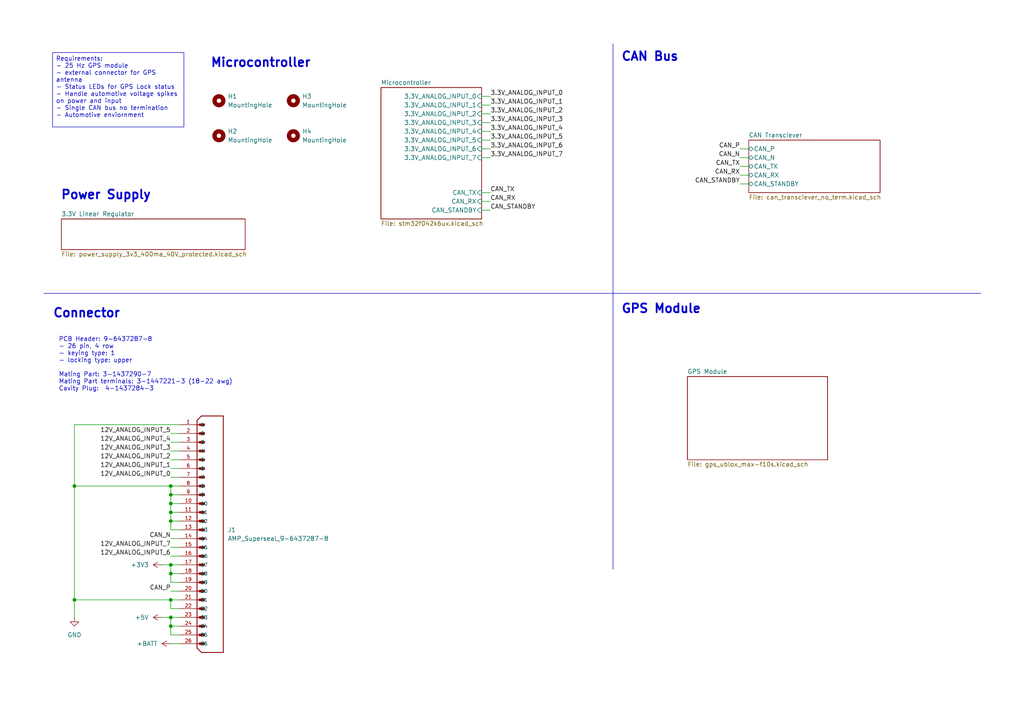
<source format=kicad_sch>
(kicad_sch (version 20250114) (generator "eeschema") (generator_version "9.0")
  (paper "A4")
  (title_block (title "CAN GPS Device") (date "2025-07-23") (rev "1") (company "Brian Glen"))
  (lib_symbols
    (symbol "Mechanical:MountingHole" (pin_names (offset 1.016)) (in_bom no)
      (property "Reference" "H" (at 0 5.08 0))
      (property "Value" "MountingHole" (at 0 3.175 0))
      (symbol "MountingHole_0_1"
        (circle (center 0 0) (radius 1.27) (stroke (width 1.27)))
      )
    )
    (symbol "power:+3V3" (power) (pin_numbers (hide yes)) (pin_names (offset 0) (hide yes))
      (property "Value" "+3V3" (at 0 3.556 0))
      (symbol "+3V3_0_1"
        (polyline (pts (xy -0.762 1.27) (xy 0 2.54)))
        (polyline (pts (xy 0 2.54) (xy 0.762 1.27)))
        (polyline (pts (xy 0 0) (xy 0 2.54)))
      )
      (symbol "+3V3_1_1"
        (pin power_in line (at 0 0 90) (length 0) (name "~") (number "1"))
      )
    )
    (symbol "power:+5V" (power) (pin_numbers (hide yes)) (pin_names (offset 0) (hide yes))
      (property "Value" "+5V" (at 0 3.556 0))
      (symbol "+5V_0_1"
        (polyline (pts (xy -0.762 1.27) (xy 0 2.54)))
        (polyline (pts (xy 0 2.54) (xy 0.762 1.27)))
        (polyline (pts (xy 0 0) (xy 0 2.54)))
      )
      (symbol "+5V_1_1"
        (pin power_in line (at 0 0 90) (length 0) (name "~") (number "1"))
      )
    )
    (symbol "power:+BATT" (power) (pin_numbers (hide yes)) (pin_names (offset 0) (hide yes))
      (property "Value" "+BATT" (at 0 3.556 0))
      (symbol "+BATT_0_1"
        (polyline (pts (xy -0.762 1.27) (xy 0 2.54)))
        (polyline (pts (xy 0 2.54) (xy 0.762 1.27)))
        (polyline (pts (xy 0 0) (xy 0 2.54)))
      )
      (symbol "+BATT_1_1"
        (pin power_in line (at 0 0 90) (length 0) (name "~") (number "1"))
      )
    )
    (symbol "power:GND" (power) (pin_numbers (hide yes)) (pin_names (offset 0) (hide yes))
      (property "Value" "GND" (at 0 -3.81 0))
      (symbol "GND_0_1"
        (polyline (pts (xy 0 0) (xy 0 -1.27) (xy 1.27 -1.27) (xy 0 -2.54) (xy -1.27 -1.27) (xy 0 -1.27)))
      )
      (symbol "GND_1_1"
        (pin power_in line (at 0 0 270) (length 0) (name "~") (number "1"))
      )
    )
    (symbol "signal-to-can:AMP_Superseal_9-6437287-8" (pin_names (offset 1.016))
      (property "Reference" "J" (at 0 34.29 0))
      (property "Value" "AMP_Superseal_9-6437287-8" (at 0 -38.1 0))
      (symbol "AMP_Superseal_9-6437287-8_0_0"
        (polyline (pts (xy 0 31.75) (xy 0 -34.29)) (stroke (width 0.254)))
        (polyline (pts (xy 0 31.75) (xy 1.27 33.02)) (stroke (width 0.254)))
        (polyline (pts (xy 0 30.48) (xy 1.905 30.48)) (stroke (width 0.254)))
        (polyline (pts (xy 0 27.94) (xy 1.905 27.94)) (stroke (width 0.254)))
        (polyline (pts (xy 0 25.4) (xy 1.905 25.4)) (stroke (width 0.254)))
        (polyline (pts (xy 0 22.86) (xy 1.905 22.86)) (stroke (width 0.254)))
        (polyline (pts (xy 0 20.32) (xy 1.905 20.32)) (stroke (width 0.254)))
        (polyline (pts (xy 0 17.78) (xy 1.905 17.78)) (stroke (width 0.254)))
        (polyline (pts (xy 0 15.24) (xy 1.905 15.24)) (stroke (width 0.254)))
        (polyline (pts (xy 0 12.7) (xy 1.905 12.7)) (stroke (width 0.254)))
        (polyline (pts (xy 0 10.16) (xy 1.905 10.16)) (stroke (width 0.254)))
        (polyline (pts (xy 0 7.62) (xy 1.905 7.62)) (stroke (width 0.254)))
        (polyline (pts (xy 0 5.08) (xy 1.905 5.08)) (stroke (width 0.254)))
        (polyline (pts (xy 0 2.54) (xy 1.905 2.54)) (stroke (width 0.254)))
        (polyline (pts (xy 0 0) (xy 1.905 0)) (stroke (width 0.254)))
        (polyline (pts (xy 0 -2.54) (xy 1.905 -2.54)) (stroke (width 0.254)))
        (polyline (pts (xy 0 -5.08) (xy 1.905 -5.08)) (stroke (width 0.254)))
        (polyline (pts (xy 0 -7.62) (xy 1.905 -7.62)) (stroke (width 0.254)))
        (polyline (pts (xy 0 -10.16) (xy 1.905 -10.16)) (stroke (width 0.254)))
        (polyline (pts (xy 0 -12.7) (xy 1.905 -12.7)) (stroke (width 0.254)))
        (polyline (pts (xy 0 -15.24) (xy 1.905 -15.24)) (stroke (width 0.254)))
        (polyline (pts (xy 0 -17.78) (xy 1.905 -17.78)) (stroke (width 0.254)))
        (polyline (pts (xy 0 -20.32) (xy 1.905 -20.32)) (stroke (width 0.254)))
        (polyline (pts (xy 0 -22.86) (xy 1.905 -22.86)) (stroke (width 0.254)))
        (polyline (pts (xy 0 -25.4) (xy 1.905 -25.4)) (stroke (width 0.254)))
        (polyline (pts (xy 0 -27.94) (xy 1.905 -27.94)) (stroke (width 0.254)))
        (polyline (pts (xy 0 -30.48) (xy 1.905 -30.48)) (stroke (width 0.254)))
        (polyline (pts (xy 0 -33.02) (xy 1.905 -33.02)) (stroke (width 0.254)))
        (polyline (pts (xy 0 -34.29) (xy 1.27 -35.56)) (stroke (width 0.254)))
        (rectangle (start 0.635 30.1625) (end 2.2225 30.7975) (stroke (width 0.1)) (fill (type outline)))
        (rectangle (start 0.635 27.6225) (end 2.2225 28.2575) (stroke (width 0.1)) (fill (type outline)))
        (rectangle (start 0.635 25.0825) (end 2.2225 25.7175) (stroke (width 0.1)) (fill (type outline)))
        (rectangle (start 0.635 22.5425) (end 2.2225 23.1775) (stroke (width 0.1)) (fill (type outline)))
        (rectangle (start 0.635 20.0025) (end 2.2225 20.6375) (stroke (width 0.1)) (fill (type outline)))
        (rectangle (start 0.635 17.4625) (end 2.2225 18.0975) (stroke (width 0.1)) (fill (type outline)))
        (rectangle (start 0.635 14.9225) (end 2.2225 15.5575) (stroke (width 0.1)) (fill (type outline)))
        (rectangle (start 0.635 12.3825) (end 2.2225 13.0175) (stroke (width 0.1)) (fill (type outline)))
        (rectangle (start 0.635 9.8425) (end 2.2225 10.4775) (stroke (width 0.1)) (fill (type outline)))
        (rectangle (start 0.635 7.3025) (end 2.2225 7.9375) (stroke (width 0.1)) (fill (type outline)))
        (rectangle (start 0.635 4.7625) (end 2.2225 5.3975) (stroke (width 0.1)) (fill (type outline)))
        (rectangle (start 0.635 2.2225) (end 2.2225 2.8575) (stroke (width 0.1)) (fill (type outline)))
        (rectangle (start 0.635 -0.3175) (end 2.2225 0.3175) (stroke (width 0.1)) (fill (type outline)))
        (rectangle (start 0.635 -2.8575) (end 2.2225 -2.2225) (stroke (width 0.1)) (fill (type outline)))
        (rectangle (start 0.635 -5.3975) (end 2.2225 -4.7625) (stroke (width 0.1)) (fill (type outline)))
        (rectangle (start 0.635 -7.9375) (end 2.2225 -7.3025) (stroke (width 0.1)) (fill (type outline)))
        (rectangle (start 0.635 -10.4775) (end 2.2225 -9.8425) (stroke (width 0.1)) (fill (type outline)))
        (rectangle (start 0.635 -13.0175) (end 2.2225 -12.3825) (stroke (width 0.1)) (fill (type outline)))
        (rectangle (start 0.635 -15.5575) (end 2.2225 -14.9225) (stroke (width 0.1)) (fill (type outline)))
        (rectangle (start 0.635 -18.0975) (end 2.2225 -17.4625) (stroke (width 0.1)) (fill (type outline)))
        (rectangle (start 0.635 -20.6375) (end 2.2225 -20.0025) (stroke (width 0.1)) (fill (type outline)))
        (rectangle (start 0.635 -23.1775) (end 2.2225 -22.5425) (stroke (width 0.1)) (fill (type outline)))
        (rectangle (start 0.635 -25.7175) (end 2.2225 -25.0825) (stroke (width 0.1)) (fill (type outline)))
        (rectangle (start 0.635 -28.2575) (end 2.2225 -27.6225) (stroke (width 0.1)) (fill (type outline)))
        (rectangle (start 0.635 -30.7975) (end 2.2225 -30.1625) (stroke (width 0.1)) (fill (type outline)))
        (rectangle (start 0.635 -33.3375) (end 2.2225 -32.7025) (stroke (width 0.1)) (fill (type outline)))
        (polyline (pts (xy 1.27 -35.56) (xy 7.62 -35.56)) (stroke (width 0.254)))
        (polyline (pts (xy 7.62 33.02) (xy 1.27 33.02)) (stroke (width 0.254)))
        (polyline (pts (xy 7.62 -35.56) (xy 7.62 33.02)) (stroke (width 0.254)))
        (pin passive line (at -5.08 30.48 0) (length 5.08) (name "1") (number "1"))
        (pin passive line (at -5.08 27.94 0) (length 5.08) (name "2") (number "2"))
        (pin passive line (at -5.08 25.4 0) (length 5.08) (name "3") (number "3"))
        (pin passive line (at -5.08 22.86 0) (length 5.08) (name "4") (number "4"))
        (pin passive line (at -5.08 20.32 0) (length 5.08) (name "5") (number "5"))
        (pin passive line (at -5.08 17.78 0) (length 5.08) (name "6") (number "6"))
        (pin passive line (at -5.08 15.24 0) (length 5.08) (name "7") (number "7"))
        (pin passive line (at -5.08 12.7 0) (length 5.08) (name "8") (number "8"))
        (pin passive line (at -5.08 10.16 0) (length 5.08) (name "9") (number "9"))
        (pin passive line (at -5.08 7.62 0) (length 5.08) (name "10") (number "10"))
        (pin passive line (at -5.08 5.08 0) (length 5.08) (name "11") (number "11"))
        (pin passive line (at -5.08 2.54 0) (length 5.08) (name "12") (number "12"))
        (pin passive line (at -5.08 0 0) (length 5.08) (name "13") (number "13"))
        (pin passive line (at -5.08 -2.54 0) (length 5.08) (name "14") (number "14"))
        (pin passive line (at -5.08 -5.08 0) (length 5.08) (name "15") (number "15"))
        (pin passive line (at -5.08 -7.62 0) (length 5.08) (name "16") (number "16"))
        (pin passive line (at -5.08 -10.16 0) (length 5.08) (name "17") (number "17"))
        (pin passive line (at -5.08 -12.7 0) (length 5.08) (name "18") (number "18"))
        (pin passive line (at -5.08 -15.24 0) (length 5.08) (name "19") (number "19"))
        (pin passive line (at -5.08 -17.78 0) (length 5.08) (name "20") (number "20"))
        (pin passive line (at -5.08 -20.32 0) (length 5.08) (name "21") (number "21"))
        (pin passive line (at -5.08 -22.86 0) (length 5.08) (name "22") (number "22"))
        (pin passive line (at -5.08 -25.4 0) (length 5.08) (name "23") (number "23"))
        (pin passive line (at -5.08 -27.94 0) (length 5.08) (name "24") (number "24"))
        (pin passive line (at -5.08 -30.48 0) (length 5.08) (name "25") (number "25"))
        (pin passive line (at -5.08 -33.02 0) (length 5.08) (name "26") (number "26"))
      )
    )
  )
  (rectangle (start 177.8 12.7) (end 177.8 165.1))
  (rectangle (start 12.7 85.09) (end 284.48 85.09))
  (text "Connector" (at 15.24 90.932 0) (effects (font (size 2.54 2.54) (thickness 0.508) (bold yes)) (justify left)))
  (text "GPS Module" (at 180.086 89.662 0) (effects (font (size 2.54 2.54) (thickness 0.508) (bold yes)) (justify left)))
  (text "PCB Header: 9-6437287-8\n- 26 pin, 4 row\n- keying type: 1\n- locking type: upper\n\nMating Part: 3-1437290-7\nMating Part terminals: 3-1447221-3 (18-22 awg)\nCavity Plug:  4-1437284-3" (at 17.018 105.664 0) (effects (font (size 1.27 1.27)) (justify left)))
  (text "Power Supply" (at 17.526 56.642 0) (effects (font (size 2.54 2.54) (thickness 0.508) (bold yes)) (justify left)))
  (text "CAN Bus" (at 180.086 16.51 0) (effects (font (size 2.54 2.54) (thickness 0.508) (bold yes)) (justify left)))
  (text "Microcontroller" (at 60.96 18.288 0) (effects (font (size 2.54 2.54) (thickness 0.508) (bold yes)) (justify left)))
  (text_box "Requirements:\n- 25 Hz GPS module\n- external connector for GPS antenna\n- Status LEDs for GPS Lock status\n- Handle automotive voltage spikes on power and input\n- Single CAN bus no termination\n- Automotive enviornment" (at 15.24 15.24 0) (size 38.1 21.59) (margins 0.9525 0.9525 0.9525 0.9525) (effects (font (size 1.27 1.27)) (justify left top)))
  (junction (at 49.53 173.99))
  (junction (at 49.53 163.83))
  (junction (at 49.53 140.97))
  (junction (at 49.53 151.13))
  (junction (at 21.59 140.97))
  (junction (at 49.53 179.07))
  (junction (at 49.53 143.51))
  (junction (at 49.53 181.61))
  (junction (at 49.53 148.59))
  (junction (at 21.59 173.99))
  (junction (at 49.53 166.37))
  (junction (at 49.53 146.05))
  (wire (pts (xy 49.53 140.97) (xy 52.07 140.97)))
  (wire (pts (xy 139.7 35.56) (xy 142.24 35.56)))
  (wire (pts (xy 49.53 166.37) (xy 49.53 168.91)))
  (wire (pts (xy 49.53 125.73) (xy 52.07 125.73)))
  (wire (pts (xy 49.53 166.37) (xy 52.07 166.37)))
  (wire (pts (xy 139.7 30.48) (xy 142.24 30.48)))
  (wire (pts (xy 214.63 53.34) (xy 217.17 53.34)))
  (wire (pts (xy 49.53 148.59) (xy 52.07 148.59)))
  (wire (pts (xy 49.53 176.53) (xy 49.53 173.99)))
  (wire (pts (xy 49.53 151.13) (xy 49.53 148.59)))
  (wire (pts (xy 21.59 123.19) (xy 52.07 123.19)))
  (wire (pts (xy 49.53 138.43) (xy 52.07 138.43)))
  (wire (pts (xy 49.53 163.83) (xy 52.07 163.83)))
  (wire (pts (xy 49.53 181.61) (xy 49.53 184.15)))
  (wire (pts (xy 46.99 179.07) (xy 49.53 179.07)))
  (wire (pts (xy 49.53 148.59) (xy 49.53 146.05)))
  (wire (pts (xy 49.53 184.15) (xy 52.07 184.15)))
  (wire (pts (xy 49.53 171.45) (xy 52.07 171.45)))
  (wire (pts (xy 21.59 173.99) (xy 49.53 173.99)))
  (wire (pts (xy 139.7 27.94) (xy 142.24 27.94)))
  (wire (pts (xy 21.59 140.97) (xy 21.59 173.99)))
  (wire (pts (xy 49.53 181.61) (xy 52.07 181.61)))
  (wire (pts (xy 49.53 133.35) (xy 52.07 133.35)))
  (wire (pts (xy 214.63 45.72) (xy 217.17 45.72)))
  (wire (pts (xy 21.59 140.97) (xy 49.53 140.97)))
  (wire (pts (xy 49.53 130.81) (xy 52.07 130.81)))
  (wire (pts (xy 49.53 146.05) (xy 49.53 143.51)))
  (wire (pts (xy 139.7 60.96) (xy 142.24 60.96)))
  (wire (pts (xy 214.63 48.26) (xy 217.17 48.26)))
  (wire (pts (xy 49.53 143.51) (xy 52.07 143.51)))
  (wire (pts (xy 49.53 158.75) (xy 52.07 158.75)))
  (wire (pts (xy 139.7 55.88) (xy 142.24 55.88)))
  (wire (pts (xy 46.99 163.83) (xy 49.53 163.83)))
  (wire (pts (xy 139.7 43.18) (xy 142.24 43.18)))
  (wire (pts (xy 139.7 58.42) (xy 142.24 58.42)))
  (wire (pts (xy 49.53 186.69) (xy 52.07 186.69)))
  (wire (pts (xy 21.59 123.19) (xy 21.59 140.97)))
  (wire (pts (xy 52.07 176.53) (xy 49.53 176.53)))
  (wire (pts (xy 214.63 50.8) (xy 217.17 50.8)))
  (wire (pts (xy 139.7 33.02) (xy 142.24 33.02)))
  (wire (pts (xy 49.53 161.29) (xy 52.07 161.29)))
  (wire (pts (xy 49.53 163.83) (xy 49.53 166.37)))
  (wire (pts (xy 139.7 45.72) (xy 142.24 45.72)))
  (wire (pts (xy 139.7 38.1) (xy 142.24 38.1)))
  (wire (pts (xy 49.53 156.21) (xy 52.07 156.21)))
  (wire (pts (xy 49.53 179.07) (xy 49.53 181.61)))
  (wire (pts (xy 139.7 40.64) (xy 142.24 40.64)))
  (wire (pts (xy 49.53 128.27) (xy 52.07 128.27)))
  (wire (pts (xy 49.53 153.67) (xy 49.53 151.13)))
  (wire (pts (xy 52.07 153.67) (xy 49.53 153.67)))
  (wire (pts (xy 49.53 135.89) (xy 52.07 135.89)))
  (wire (pts (xy 49.53 179.07) (xy 52.07 179.07)))
  (wire (pts (xy 49.53 140.97) (xy 49.53 143.51)))
  (wire (pts (xy 21.59 173.99) (xy 21.59 179.07)))
  (wire (pts (xy 214.63 43.18) (xy 217.17 43.18)))
  (wire (pts (xy 49.53 168.91) (xy 52.07 168.91)))
  (wire (pts (xy 49.53 146.05) (xy 52.07 146.05)))
  (wire (pts (xy 49.53 151.13) (xy 52.07 151.13)))
  (wire (pts (xy 49.53 173.99) (xy 52.07 173.99)))
  (label "CAN_P" (at 49.53 171.45 180))
  (label "CAN_STANDBY" (at 142.24 60.96 0))
  (label "3.3V_ANALOG_INPUT_6" (at 142.24 43.18 0))
  (label "CAN_RX" (at 214.63 50.8 180))
  (label "3.3V_ANALOG_INPUT_5" (at 142.24 40.64 0))
  (label "12V_ANALOG_INPUT_1" (at 49.53 135.89 180))
  (label "CAN_RX" (at 142.24 58.42 0))
  (label "12V_ANALOG_INPUT_7" (at 49.53 158.75 180))
  (label "12V_ANALOG_INPUT_3" (at 49.53 130.81 180))
  (label "3.3V_ANALOG_INPUT_4" (at 142.24 38.1 0))
  (label "CAN_STANDBY" (at 214.63 53.34 180))
  (label "3.3V_ANALOG_INPUT_0" (at 142.24 27.94 0))
  (label "3.3V_ANALOG_INPUT_1" (at 142.24 30.48 0))
  (label "12V_ANALOG_INPUT_0" (at 49.53 138.43 180))
  (label "CAN_TX" (at 214.63 48.26 180))
  (label "12V_ANALOG_INPUT_4" (at 49.53 128.27 180))
  (label "3.3V_ANALOG_INPUT_7" (at 142.24 45.72 0))
  (label "CAN_TX" (at 142.24 55.88 0))
  (label "3.3V_ANALOG_INPUT_3" (at 142.24 35.56 0))
  (label "3.3V_ANALOG_INPUT_2" (at 142.24 33.02 0))
  (label "CAN_N" (at 49.53 156.21 180))
  (label "12V_ANALOG_INPUT_2" (at 49.53 133.35 180))
  (label "12V_ANALOG_INPUT_5" (at 49.53 125.73 180))
  (label "CAN_P" (at 214.63 43.18 180))
  (label "CAN_N" (at 214.63 45.72 180))
  (label "12V_ANALOG_INPUT_6" (at 49.53 161.29 180))
  (symbol (lib_id "Mechanical:MountingHole") (at 85.09 39.37 0) (unit 1) (in_bom no)
    (property "Reference" "H4" (at 87.63 38.0999 0) (effects (justify left)))
    (property "Value" "MountingHole" (at 87.63 40.6399 0) (effects (justify left)))
    (property "Footprint" "MountingHole:MountingHole_3.2mm_M3" (effects (hide yes)))
    (property "Description" "Mounting Hole without connection" (effects (hide yes)))
  )
  (symbol (lib_id "Mechanical:MountingHole") (at 85.09 29.21 0) (unit 1) (in_bom no)
    (property "Reference" "H3" (at 87.63 27.9399 0) (effects (justify left)))
    (property "Value" "MountingHole" (at 87.63 30.4799 0) (effects (justify left)))
    (property "Footprint" "MountingHole:MountingHole_3.2mm_M3" (effects (hide yes)))
    (property "Description" "Mounting Hole without connection" (effects (hide yes)))
  )
  (symbol (lib_id "signal-to-can:AMP_Superseal_9-6437287-8") (at 57.15 153.67 0) (unit 1)
    (property "Reference" "J1" (at 66.04 153.6699 0) (effects (justify left)))
    (property "Value" "AMP_Superseal_9-6437287-8" (at 66.04 156.2099 0) (effects (justify left)))
    (property "Footprint" "signal_to_can:TE_9-6437287-8_1" (effects (hide yes)))
    (property "PARTREV" "A1" (effects (hide yes)))
    (property "MANUFACTURER" "TE Connectivity" (effects (hide yes)))
    (property "MAXIMUM_PACKAGE_HEIGHT" "28.15 mm" (effects (hide yes)))
    (property "STANDARD" "Manufacturer recommendations" (effects (hide yes)))
  )
  (symbol (lib_id "Mechanical:MountingHole") (at 63.5 29.21 0) (unit 1) (in_bom no)
    (property "Reference" "H1" (at 66.04 27.9399 0) (effects (justify left)))
    (property "Value" "MountingHole" (at 66.04 30.4799 0) (effects (justify left)))
    (property "Footprint" "MountingHole:MountingHole_3.2mm_M3" (effects (hide yes)))
    (property "Description" "Mounting Hole without connection" (effects (hide yes)))
  )
  (symbol (lib_id "power:+BATT") (at 49.53 186.69 90) (unit 1)
    (property "Reference" "#PWR04" (effects (hide yes)))
    (property "Value" "+BATT" (at 45.72 186.6899 90) (effects (justify left)))
    (property "Description" "Power symbol creates a global label with name \"+BATT\"" (effects (hide yes)))
  )
  (symbol (lib_id "power:+3V3") (at 46.99 163.83 90) (unit 1)
    (property "Reference" "#PWR02" (effects (hide yes)))
    (property "Value" "+3V3" (at 43.18 163.8299 90) (effects (justify left)))
    (property "Description" "Power symbol creates a global label with name \"+3V3\"" (effects (hide yes)))
  )
  (symbol (lib_id "power:+5V") (at 46.99 179.07 90) (unit 1)
    (property "Reference" "#PWR03" (effects (hide yes)))
    (property "Value" "+5V" (at 43.18 179.0699 90) (effects (justify left)))
    (property "Description" "Power symbol creates a global label with name \"+5V\"" (effects (hide yes)))
  )
  (symbol (lib_id "power:GND") (at 21.59 179.07 0) (unit 1)
    (property "Reference" "#PWR01" (effects (hide yes)))
    (property "Value" "GND" (at 21.59 184.15 0))
    (property "Description" "Power symbol creates a global label with name \"GND\" , ground" (effects (hide yes)))
  )
  (symbol (lib_id "Mechanical:MountingHole") (at 63.5 39.37 0) (unit 1) (in_bom no)
    (property "Reference" "H2" (at 66.04 38.0999 0) (effects (justify left)))
    (property "Value" "MountingHole" (at 66.04 40.6399 0) (effects (justify left)))
    (property "Footprint" "MountingHole:MountingHole_3.2mm_M3" (effects (hide yes)))
    (property "Description" "Mounting Hole without connection" (effects (hide yes)))
  )
  (sheet (at 199.39 109.22) (size 40.64 24.13) (stroke (width 0.1524))
    (property "Sheetname" "GPS Module" (at 199.39 108.5084 0) (effects (justify left bottom)))
    (property "Sheetfile" "gps_ublox_max-f10s.kicad_sch" (at 199.39 133.9346 0) (effects (justify left top)))
  )
  (sheet (at 17.78 63.5) (size 53.34 8.89) (stroke (width 0.1524))
    (property "Sheetname" "3.3V Linear Regulator" (at 17.78 62.7884 0) (effects (justify left bottom)))
    (property "Sheetfile" "power_supply_3v3_400ma_40V_protected.kicad_sch" (at 17.78 72.9746 0) (effects (justify left top)))
  )
  (sheet (at 217.17 40.64) (size 38.1 15.24) (stroke (width 0.1524))
    (property "Sheetname" "CAN Transciever" (at 217.17 39.9284 0) (effects (justify left bottom)))
    (property "Sheetfile" "can_transciever_no_term.kicad_sch" (at 217.17 56.4646 0) (effects (justify left top)))
    (pin "CAN_P" bidirectional (at 217.17 43.18 180))
    (pin "CAN_N" bidirectional (at 217.17 45.72 180))
    (pin "CAN_TX" bidirectional (at 217.17 48.26 180))
    (pin "CAN_STANDBY" bidirectional (at 217.17 53.34 180))
    (pin "CAN_RX" bidirectional (at 217.17 50.8 180))
  )
  (sheet (at 110.49 25.4) (size 29.21 38.1) (stroke (width 0.1524))
    (property "Sheetname" "Microcontroller" (at 110.49 24.6884 0) (effects (justify left bottom)))
    (property "Sheetfile" "stm32f042k6ux.kicad_sch" (at 110.49 64.0846 0) (effects (justify left top)))
    (pin "3.3V_ANALOG_INPUT_5" input (at 139.7 40.64 0))
    (pin "3.3V_ANALOG_INPUT_1" input (at 139.7 30.48 0))
    (pin "3.3V_ANALOG_INPUT_0" input (at 139.7 27.94 0))
    (pin "CAN_STANDBY" input (at 139.7 60.96 0))
    (pin "3.3V_ANALOG_INPUT_2" input (at 139.7 33.02 0))
    (pin "3.3V_ANALOG_INPUT_4" input (at 139.7 38.1 0))
    (pin "3.3V_ANALOG_INPUT_7" input (at 139.7 45.72 0))
    (pin "CAN_TX" input (at 139.7 55.88 0))
    (pin "CAN_RX" input (at 139.7 58.42 0))
    (pin "3.3V_ANALOG_INPUT_6" input (at 139.7 43.18 0))
    (pin "3.3V_ANALOG_INPUT_3" input (at 139.7 35.56 0))
  )
)
</source>
